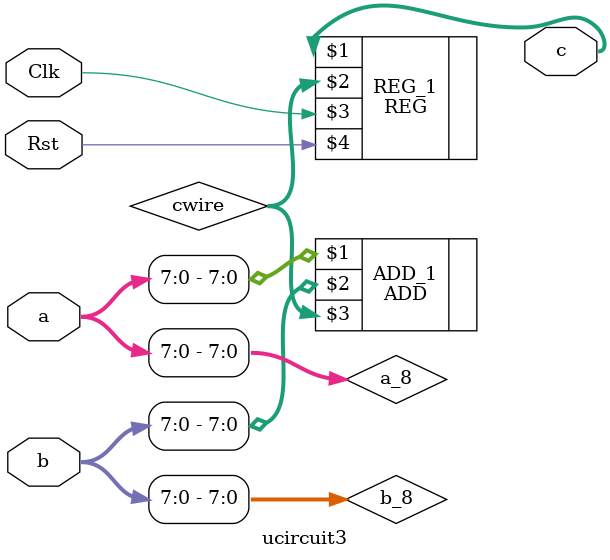
<source format=v>
`timescale 1ns / 1ns

module ucircuit3(a, b, c, Clk, Rst);

    input Clk, Rst;
    input  [31:0] a;
    input  [15:0] b;

    output [ 7:0] c;

    wire   [ 7:0] cwire;
    wire   [ 7:0] a_8, b_8;
    
    assign a_8 = a[7:0];
    assign b_8 = b[7:0];

    ADD    #(.DATAWIDTH( 8)) ADD_1(a_8, b_8, cwire);                // cwire = a + b
    REG    #(.DATAWIDTH( 8)) REG_1(c, cwire, Clk, Rst);             // c = cwire

endmodule

</source>
